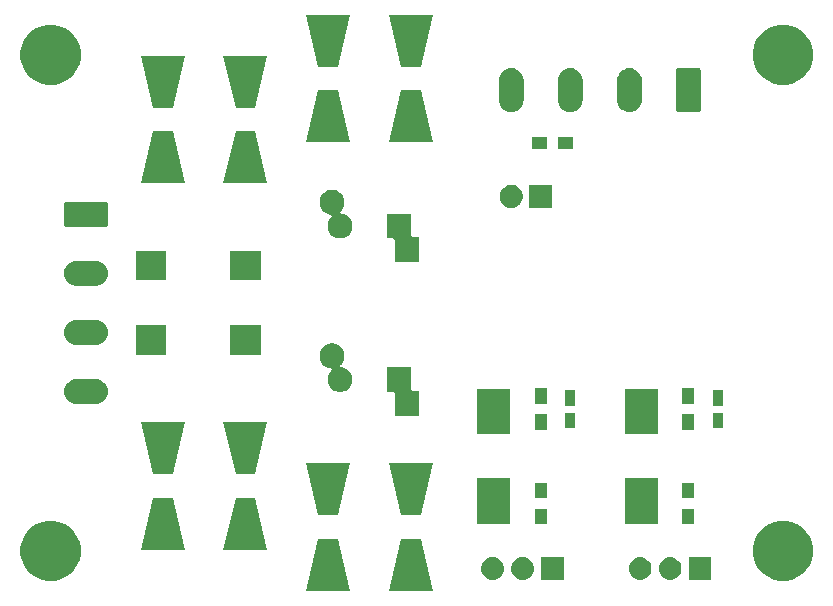
<source format=gts>
G04 #@! TF.GenerationSoftware,KiCad,Pcbnew,(5.1.2)-2*
G04 #@! TF.CreationDate,2020-01-06T22:07:24+01:00*
G04 #@! TF.ProjectId,psu,7073752e-6b69-4636-9164-5f7063625858,rev?*
G04 #@! TF.SameCoordinates,Original*
G04 #@! TF.FileFunction,Soldermask,Top*
G04 #@! TF.FilePolarity,Negative*
%FSLAX46Y46*%
G04 Gerber Fmt 4.6, Leading zero omitted, Abs format (unit mm)*
G04 Created by KiCad (PCBNEW (5.1.2)-2) date 2020-01-06 22:07:24*
%MOMM*%
%LPD*%
G04 APERTURE LIST*
%ADD10C,0.100000*%
G04 APERTURE END LIST*
D10*
G36*
X56364222Y-69401000D02*
G01*
X52635778Y-69401000D01*
X53659499Y-64999000D01*
X55340501Y-64999000D01*
X56364222Y-69401000D01*
X56364222Y-69401000D01*
G37*
G36*
X49364222Y-69401000D02*
G01*
X45635778Y-69401000D01*
X46659499Y-64999000D01*
X48340501Y-64999000D01*
X49364222Y-69401000D01*
X49364222Y-69401000D01*
G37*
G36*
X86744098Y-63547033D02*
G01*
X87115808Y-63701000D01*
X87208352Y-63739333D01*
X87626168Y-64018509D01*
X87981491Y-64373832D01*
X88260667Y-64791648D01*
X88260668Y-64791650D01*
X88452967Y-65255902D01*
X88551000Y-65748747D01*
X88551000Y-66251253D01*
X88452967Y-66744098D01*
X88260668Y-67208350D01*
X88260667Y-67208352D01*
X87981491Y-67626168D01*
X87626168Y-67981491D01*
X87208352Y-68260667D01*
X87208351Y-68260668D01*
X87208350Y-68260668D01*
X86744098Y-68452967D01*
X86251253Y-68551000D01*
X85748747Y-68551000D01*
X85255902Y-68452967D01*
X84791650Y-68260668D01*
X84791649Y-68260668D01*
X84791648Y-68260667D01*
X84373832Y-67981491D01*
X84018509Y-67626168D01*
X83739333Y-67208352D01*
X83739332Y-67208350D01*
X83547033Y-66744098D01*
X83449000Y-66251253D01*
X83449000Y-65748747D01*
X83547033Y-65255902D01*
X83739332Y-64791650D01*
X83739333Y-64791648D01*
X84018509Y-64373832D01*
X84373832Y-64018509D01*
X84791648Y-63739333D01*
X84884192Y-63701000D01*
X85255902Y-63547033D01*
X85748747Y-63449000D01*
X86251253Y-63449000D01*
X86744098Y-63547033D01*
X86744098Y-63547033D01*
G37*
G36*
X24744098Y-63547033D02*
G01*
X25115808Y-63701000D01*
X25208352Y-63739333D01*
X25626168Y-64018509D01*
X25981491Y-64373832D01*
X26260667Y-64791648D01*
X26260668Y-64791650D01*
X26452967Y-65255902D01*
X26551000Y-65748747D01*
X26551000Y-66251253D01*
X26452967Y-66744098D01*
X26260668Y-67208350D01*
X26260667Y-67208352D01*
X25981491Y-67626168D01*
X25626168Y-67981491D01*
X25208352Y-68260667D01*
X25208351Y-68260668D01*
X25208350Y-68260668D01*
X24744098Y-68452967D01*
X24251253Y-68551000D01*
X23748747Y-68551000D01*
X23255902Y-68452967D01*
X22791650Y-68260668D01*
X22791649Y-68260668D01*
X22791648Y-68260667D01*
X22373832Y-67981491D01*
X22018509Y-67626168D01*
X21739333Y-67208352D01*
X21739332Y-67208350D01*
X21547033Y-66744098D01*
X21449000Y-66251253D01*
X21449000Y-65748747D01*
X21547033Y-65255902D01*
X21739332Y-64791650D01*
X21739333Y-64791648D01*
X22018509Y-64373832D01*
X22373832Y-64018509D01*
X22791648Y-63739333D01*
X22884192Y-63701000D01*
X23255902Y-63547033D01*
X23748747Y-63449000D01*
X24251253Y-63449000D01*
X24744098Y-63547033D01*
X24744098Y-63547033D01*
G37*
G36*
X61606425Y-66562760D02*
G01*
X61606428Y-66562761D01*
X61606429Y-66562761D01*
X61785693Y-66617140D01*
X61785696Y-66617142D01*
X61785697Y-66617142D01*
X61950903Y-66705446D01*
X62095712Y-66824288D01*
X62214554Y-66969097D01*
X62302858Y-67134303D01*
X62302860Y-67134307D01*
X62325321Y-67208352D01*
X62357240Y-67313575D01*
X62375601Y-67500000D01*
X62357240Y-67686425D01*
X62357239Y-67686428D01*
X62357239Y-67686429D01*
X62302860Y-67865693D01*
X62302858Y-67865696D01*
X62302858Y-67865697D01*
X62214554Y-68030903D01*
X62095712Y-68175712D01*
X61950903Y-68294554D01*
X61785697Y-68382858D01*
X61785693Y-68382860D01*
X61606429Y-68437239D01*
X61606428Y-68437239D01*
X61606425Y-68437240D01*
X61466718Y-68451000D01*
X61373282Y-68451000D01*
X61233575Y-68437240D01*
X61233572Y-68437239D01*
X61233571Y-68437239D01*
X61054307Y-68382860D01*
X61054303Y-68382858D01*
X60889097Y-68294554D01*
X60744288Y-68175712D01*
X60625446Y-68030903D01*
X60537142Y-67865697D01*
X60537142Y-67865696D01*
X60537140Y-67865693D01*
X60482761Y-67686429D01*
X60482761Y-67686428D01*
X60482760Y-67686425D01*
X60464399Y-67500000D01*
X60482760Y-67313575D01*
X60514679Y-67208352D01*
X60537140Y-67134307D01*
X60537142Y-67134303D01*
X60625446Y-66969097D01*
X60744288Y-66824288D01*
X60889097Y-66705446D01*
X61054303Y-66617142D01*
X61054304Y-66617142D01*
X61054307Y-66617140D01*
X61233571Y-66562761D01*
X61233572Y-66562761D01*
X61233575Y-66562760D01*
X61373282Y-66549000D01*
X61466718Y-66549000D01*
X61606425Y-66562760D01*
X61606425Y-66562760D01*
G37*
G36*
X64146425Y-66562760D02*
G01*
X64146428Y-66562761D01*
X64146429Y-66562761D01*
X64325693Y-66617140D01*
X64325696Y-66617142D01*
X64325697Y-66617142D01*
X64490903Y-66705446D01*
X64635712Y-66824288D01*
X64754554Y-66969097D01*
X64842858Y-67134303D01*
X64842860Y-67134307D01*
X64865321Y-67208352D01*
X64897240Y-67313575D01*
X64915601Y-67500000D01*
X64897240Y-67686425D01*
X64897239Y-67686428D01*
X64897239Y-67686429D01*
X64842860Y-67865693D01*
X64842858Y-67865696D01*
X64842858Y-67865697D01*
X64754554Y-68030903D01*
X64635712Y-68175712D01*
X64490903Y-68294554D01*
X64325697Y-68382858D01*
X64325693Y-68382860D01*
X64146429Y-68437239D01*
X64146428Y-68437239D01*
X64146425Y-68437240D01*
X64006718Y-68451000D01*
X63913282Y-68451000D01*
X63773575Y-68437240D01*
X63773572Y-68437239D01*
X63773571Y-68437239D01*
X63594307Y-68382860D01*
X63594303Y-68382858D01*
X63429097Y-68294554D01*
X63284288Y-68175712D01*
X63165446Y-68030903D01*
X63077142Y-67865697D01*
X63077142Y-67865696D01*
X63077140Y-67865693D01*
X63022761Y-67686429D01*
X63022761Y-67686428D01*
X63022760Y-67686425D01*
X63004399Y-67500000D01*
X63022760Y-67313575D01*
X63054679Y-67208352D01*
X63077140Y-67134307D01*
X63077142Y-67134303D01*
X63165446Y-66969097D01*
X63284288Y-66824288D01*
X63429097Y-66705446D01*
X63594303Y-66617142D01*
X63594304Y-66617142D01*
X63594307Y-66617140D01*
X63773571Y-66562761D01*
X63773572Y-66562761D01*
X63773575Y-66562760D01*
X63913282Y-66549000D01*
X64006718Y-66549000D01*
X64146425Y-66562760D01*
X64146425Y-66562760D01*
G37*
G36*
X67451000Y-68451000D02*
G01*
X65549000Y-68451000D01*
X65549000Y-66549000D01*
X67451000Y-66549000D01*
X67451000Y-68451000D01*
X67451000Y-68451000D01*
G37*
G36*
X79951000Y-68451000D02*
G01*
X78049000Y-68451000D01*
X78049000Y-66549000D01*
X79951000Y-66549000D01*
X79951000Y-68451000D01*
X79951000Y-68451000D01*
G37*
G36*
X76646425Y-66562760D02*
G01*
X76646428Y-66562761D01*
X76646429Y-66562761D01*
X76825693Y-66617140D01*
X76825696Y-66617142D01*
X76825697Y-66617142D01*
X76990903Y-66705446D01*
X77135712Y-66824288D01*
X77254554Y-66969097D01*
X77342858Y-67134303D01*
X77342860Y-67134307D01*
X77365321Y-67208352D01*
X77397240Y-67313575D01*
X77415601Y-67500000D01*
X77397240Y-67686425D01*
X77397239Y-67686428D01*
X77397239Y-67686429D01*
X77342860Y-67865693D01*
X77342858Y-67865696D01*
X77342858Y-67865697D01*
X77254554Y-68030903D01*
X77135712Y-68175712D01*
X76990903Y-68294554D01*
X76825697Y-68382858D01*
X76825693Y-68382860D01*
X76646429Y-68437239D01*
X76646428Y-68437239D01*
X76646425Y-68437240D01*
X76506718Y-68451000D01*
X76413282Y-68451000D01*
X76273575Y-68437240D01*
X76273572Y-68437239D01*
X76273571Y-68437239D01*
X76094307Y-68382860D01*
X76094303Y-68382858D01*
X75929097Y-68294554D01*
X75784288Y-68175712D01*
X75665446Y-68030903D01*
X75577142Y-67865697D01*
X75577142Y-67865696D01*
X75577140Y-67865693D01*
X75522761Y-67686429D01*
X75522761Y-67686428D01*
X75522760Y-67686425D01*
X75504399Y-67500000D01*
X75522760Y-67313575D01*
X75554679Y-67208352D01*
X75577140Y-67134307D01*
X75577142Y-67134303D01*
X75665446Y-66969097D01*
X75784288Y-66824288D01*
X75929097Y-66705446D01*
X76094303Y-66617142D01*
X76094304Y-66617142D01*
X76094307Y-66617140D01*
X76273571Y-66562761D01*
X76273572Y-66562761D01*
X76273575Y-66562760D01*
X76413282Y-66549000D01*
X76506718Y-66549000D01*
X76646425Y-66562760D01*
X76646425Y-66562760D01*
G37*
G36*
X74106425Y-66562760D02*
G01*
X74106428Y-66562761D01*
X74106429Y-66562761D01*
X74285693Y-66617140D01*
X74285696Y-66617142D01*
X74285697Y-66617142D01*
X74450903Y-66705446D01*
X74595712Y-66824288D01*
X74714554Y-66969097D01*
X74802858Y-67134303D01*
X74802860Y-67134307D01*
X74825321Y-67208352D01*
X74857240Y-67313575D01*
X74875601Y-67500000D01*
X74857240Y-67686425D01*
X74857239Y-67686428D01*
X74857239Y-67686429D01*
X74802860Y-67865693D01*
X74802858Y-67865696D01*
X74802858Y-67865697D01*
X74714554Y-68030903D01*
X74595712Y-68175712D01*
X74450903Y-68294554D01*
X74285697Y-68382858D01*
X74285693Y-68382860D01*
X74106429Y-68437239D01*
X74106428Y-68437239D01*
X74106425Y-68437240D01*
X73966718Y-68451000D01*
X73873282Y-68451000D01*
X73733575Y-68437240D01*
X73733572Y-68437239D01*
X73733571Y-68437239D01*
X73554307Y-68382860D01*
X73554303Y-68382858D01*
X73389097Y-68294554D01*
X73244288Y-68175712D01*
X73125446Y-68030903D01*
X73037142Y-67865697D01*
X73037142Y-67865696D01*
X73037140Y-67865693D01*
X72982761Y-67686429D01*
X72982761Y-67686428D01*
X72982760Y-67686425D01*
X72964399Y-67500000D01*
X72982760Y-67313575D01*
X73014679Y-67208352D01*
X73037140Y-67134307D01*
X73037142Y-67134303D01*
X73125446Y-66969097D01*
X73244288Y-66824288D01*
X73389097Y-66705446D01*
X73554303Y-66617142D01*
X73554304Y-66617142D01*
X73554307Y-66617140D01*
X73733571Y-66562761D01*
X73733572Y-66562761D01*
X73733575Y-66562760D01*
X73873282Y-66549000D01*
X73966718Y-66549000D01*
X74106425Y-66562760D01*
X74106425Y-66562760D01*
G37*
G36*
X35364222Y-65901000D02*
G01*
X31635778Y-65901000D01*
X32659499Y-61499000D01*
X34340501Y-61499000D01*
X35364222Y-65901000D01*
X35364222Y-65901000D01*
G37*
G36*
X42364222Y-65901000D02*
G01*
X38635778Y-65901000D01*
X39659499Y-61499000D01*
X41340501Y-61499000D01*
X42364222Y-65901000D01*
X42364222Y-65901000D01*
G37*
G36*
X66001000Y-63751000D02*
G01*
X64999000Y-63751000D01*
X64999000Y-62449000D01*
X66001000Y-62449000D01*
X66001000Y-63751000D01*
X66001000Y-63751000D01*
G37*
G36*
X78501000Y-63751000D02*
G01*
X77499000Y-63751000D01*
X77499000Y-62449000D01*
X78501000Y-62449000D01*
X78501000Y-63751000D01*
X78501000Y-63751000D01*
G37*
G36*
X62901000Y-63701000D02*
G01*
X60099000Y-63701000D01*
X60099000Y-59849000D01*
X62901000Y-59849000D01*
X62901000Y-63701000D01*
X62901000Y-63701000D01*
G37*
G36*
X75401000Y-63701000D02*
G01*
X72599000Y-63701000D01*
X72599000Y-59849000D01*
X75401000Y-59849000D01*
X75401000Y-63701000D01*
X75401000Y-63701000D01*
G37*
G36*
X55340501Y-63001000D02*
G01*
X53659499Y-63001000D01*
X52635778Y-58599000D01*
X56364222Y-58599000D01*
X55340501Y-63001000D01*
X55340501Y-63001000D01*
G37*
G36*
X48340501Y-63001000D02*
G01*
X46659499Y-63001000D01*
X45635778Y-58599000D01*
X49364222Y-58599000D01*
X48340501Y-63001000D01*
X48340501Y-63001000D01*
G37*
G36*
X66001000Y-61551000D02*
G01*
X64999000Y-61551000D01*
X64999000Y-60249000D01*
X66001000Y-60249000D01*
X66001000Y-61551000D01*
X66001000Y-61551000D01*
G37*
G36*
X78501000Y-61551000D02*
G01*
X77499000Y-61551000D01*
X77499000Y-60249000D01*
X78501000Y-60249000D01*
X78501000Y-61551000D01*
X78501000Y-61551000D01*
G37*
G36*
X34340501Y-59501000D02*
G01*
X32659499Y-59501000D01*
X31635778Y-55099000D01*
X35364222Y-55099000D01*
X34340501Y-59501000D01*
X34340501Y-59501000D01*
G37*
G36*
X41340501Y-59501000D02*
G01*
X39659499Y-59501000D01*
X38635778Y-55099000D01*
X42364222Y-55099000D01*
X41340501Y-59501000D01*
X41340501Y-59501000D01*
G37*
G36*
X75401000Y-56151000D02*
G01*
X72599000Y-56151000D01*
X72599000Y-52299000D01*
X75401000Y-52299000D01*
X75401000Y-56151000D01*
X75401000Y-56151000D01*
G37*
G36*
X62901000Y-56151000D02*
G01*
X60099000Y-56151000D01*
X60099000Y-52299000D01*
X62901000Y-52299000D01*
X62901000Y-56151000D01*
X62901000Y-56151000D01*
G37*
G36*
X66001000Y-55751000D02*
G01*
X64999000Y-55751000D01*
X64999000Y-54449000D01*
X66001000Y-54449000D01*
X66001000Y-55751000D01*
X66001000Y-55751000D01*
G37*
G36*
X78501000Y-55751000D02*
G01*
X77499000Y-55751000D01*
X77499000Y-54449000D01*
X78501000Y-54449000D01*
X78501000Y-55751000D01*
X78501000Y-55751000D01*
G37*
G36*
X80926000Y-55601000D02*
G01*
X80074000Y-55601000D01*
X80074000Y-54299000D01*
X80926000Y-54299000D01*
X80926000Y-55601000D01*
X80926000Y-55601000D01*
G37*
G36*
X68426000Y-55601000D02*
G01*
X67574000Y-55601000D01*
X67574000Y-54299000D01*
X68426000Y-54299000D01*
X68426000Y-55601000D01*
X68426000Y-55601000D01*
G37*
G36*
X54551000Y-52324001D02*
G01*
X54553402Y-52348387D01*
X54560515Y-52371836D01*
X54572066Y-52393447D01*
X54587611Y-52412389D01*
X54606553Y-52427934D01*
X54628164Y-52439485D01*
X54651613Y-52446598D01*
X54675999Y-52449000D01*
X55223144Y-52449000D01*
X55223144Y-54551000D01*
X53121144Y-54551000D01*
X53121144Y-52675999D01*
X53118742Y-52651613D01*
X53111629Y-52628164D01*
X53100078Y-52606553D01*
X53084533Y-52587611D01*
X53065591Y-52572066D01*
X53043980Y-52560515D01*
X53020531Y-52553402D01*
X52996145Y-52551000D01*
X52449000Y-52551000D01*
X52449000Y-50449000D01*
X54551000Y-50449000D01*
X54551000Y-52324001D01*
X54551000Y-52324001D01*
G37*
G36*
X68426000Y-53701000D02*
G01*
X67574000Y-53701000D01*
X67574000Y-52399000D01*
X68426000Y-52399000D01*
X68426000Y-53701000D01*
X68426000Y-53701000D01*
G37*
G36*
X80926000Y-53701000D02*
G01*
X80074000Y-53701000D01*
X80074000Y-52399000D01*
X80926000Y-52399000D01*
X80926000Y-53701000D01*
X80926000Y-53701000D01*
G37*
G36*
X27903097Y-51454069D02*
G01*
X28006032Y-51464207D01*
X28204146Y-51524305D01*
X28204149Y-51524306D01*
X28300975Y-51576061D01*
X28386729Y-51621897D01*
X28546765Y-51753235D01*
X28678103Y-51913271D01*
X28723302Y-51997833D01*
X28775694Y-52095851D01*
X28775695Y-52095854D01*
X28835793Y-52293968D01*
X28856085Y-52500000D01*
X28835793Y-52706032D01*
X28775695Y-52904146D01*
X28775694Y-52904149D01*
X28723939Y-53000975D01*
X28678103Y-53086729D01*
X28546765Y-53246765D01*
X28386729Y-53378103D01*
X28300975Y-53423939D01*
X28204149Y-53475694D01*
X28204146Y-53475695D01*
X28006032Y-53535793D01*
X27903097Y-53545931D01*
X27851631Y-53551000D01*
X26148369Y-53551000D01*
X26096903Y-53545931D01*
X25993968Y-53535793D01*
X25795854Y-53475695D01*
X25795851Y-53475694D01*
X25699025Y-53423939D01*
X25613271Y-53378103D01*
X25453235Y-53246765D01*
X25321897Y-53086729D01*
X25276061Y-53000975D01*
X25224306Y-52904149D01*
X25224305Y-52904146D01*
X25164207Y-52706032D01*
X25143915Y-52500000D01*
X25164207Y-52293968D01*
X25224305Y-52095854D01*
X25224306Y-52095851D01*
X25276698Y-51997833D01*
X25321897Y-51913271D01*
X25453235Y-51753235D01*
X25613271Y-51621897D01*
X25699025Y-51576061D01*
X25795851Y-51524306D01*
X25795854Y-51524305D01*
X25993968Y-51464207D01*
X26096903Y-51454069D01*
X26148369Y-51449000D01*
X27851631Y-51449000D01*
X27903097Y-51454069D01*
X27903097Y-51454069D01*
G37*
G36*
X66001000Y-53551000D02*
G01*
X64999000Y-53551000D01*
X64999000Y-52249000D01*
X66001000Y-52249000D01*
X66001000Y-53551000D01*
X66001000Y-53551000D01*
G37*
G36*
X78501000Y-53551000D02*
G01*
X77499000Y-53551000D01*
X77499000Y-52249000D01*
X78501000Y-52249000D01*
X78501000Y-53551000D01*
X78501000Y-53551000D01*
G37*
G36*
X48134420Y-48489389D02*
G01*
X48325689Y-48568615D01*
X48325691Y-48568616D01*
X48497829Y-48683635D01*
X48644221Y-48830027D01*
X48759241Y-49002167D01*
X48838467Y-49193436D01*
X48878856Y-49396484D01*
X48878856Y-49603516D01*
X48838467Y-49806564D01*
X48759241Y-49997833D01*
X48644221Y-50169973D01*
X48570096Y-50244098D01*
X48554551Y-50263040D01*
X48543000Y-50284651D01*
X48535887Y-50308100D01*
X48533485Y-50332486D01*
X48535887Y-50356872D01*
X48543000Y-50380321D01*
X48554551Y-50401932D01*
X48570096Y-50420874D01*
X48589038Y-50436419D01*
X48610649Y-50447970D01*
X48634098Y-50455083D01*
X48806564Y-50489389D01*
X48997833Y-50568615D01*
X48997835Y-50568616D01*
X49013564Y-50579126D01*
X49169973Y-50683635D01*
X49316365Y-50830027D01*
X49431385Y-51002167D01*
X49510611Y-51193436D01*
X49551000Y-51396484D01*
X49551000Y-51603516D01*
X49510611Y-51806564D01*
X49466411Y-51913272D01*
X49431384Y-51997835D01*
X49316365Y-52169973D01*
X49169973Y-52316365D01*
X48997835Y-52431384D01*
X48997834Y-52431385D01*
X48997833Y-52431385D01*
X48806564Y-52510611D01*
X48603516Y-52551000D01*
X48396484Y-52551000D01*
X48193436Y-52510611D01*
X48002167Y-52431385D01*
X48002166Y-52431385D01*
X48002165Y-52431384D01*
X47830027Y-52316365D01*
X47683635Y-52169973D01*
X47568616Y-51997835D01*
X47533589Y-51913272D01*
X47489389Y-51806564D01*
X47449000Y-51603516D01*
X47449000Y-51396484D01*
X47489389Y-51193436D01*
X47568615Y-51002167D01*
X47683635Y-50830027D01*
X47757760Y-50755902D01*
X47773305Y-50736960D01*
X47784856Y-50715349D01*
X47791969Y-50691900D01*
X47794371Y-50667514D01*
X47791969Y-50643128D01*
X47784856Y-50619679D01*
X47773305Y-50598068D01*
X47757760Y-50579126D01*
X47738818Y-50563581D01*
X47717207Y-50552030D01*
X47693758Y-50544917D01*
X47521292Y-50510611D01*
X47330023Y-50431385D01*
X47330022Y-50431385D01*
X47330021Y-50431384D01*
X47157883Y-50316365D01*
X47011491Y-50169973D01*
X46896472Y-49997835D01*
X46896471Y-49997833D01*
X46817245Y-49806564D01*
X46776856Y-49603516D01*
X46776856Y-49396484D01*
X46817245Y-49193436D01*
X46896471Y-49002167D01*
X47011491Y-48830027D01*
X47157883Y-48683635D01*
X47330021Y-48568616D01*
X47330023Y-48568615D01*
X47521292Y-48489389D01*
X47724340Y-48449000D01*
X47931372Y-48449000D01*
X48134420Y-48489389D01*
X48134420Y-48489389D01*
G37*
G36*
X41801000Y-49401000D02*
G01*
X39199000Y-49401000D01*
X39199000Y-46899000D01*
X41801000Y-46899000D01*
X41801000Y-49401000D01*
X41801000Y-49401000D01*
G37*
G36*
X33801000Y-49401000D02*
G01*
X31199000Y-49401000D01*
X31199000Y-46899000D01*
X33801000Y-46899000D01*
X33801000Y-49401000D01*
X33801000Y-49401000D01*
G37*
G36*
X27903097Y-46454069D02*
G01*
X28006032Y-46464207D01*
X28204146Y-46524305D01*
X28204149Y-46524306D01*
X28300975Y-46576061D01*
X28386729Y-46621897D01*
X28546765Y-46753235D01*
X28678103Y-46913271D01*
X28723939Y-46999025D01*
X28775694Y-47095851D01*
X28775695Y-47095854D01*
X28835793Y-47293968D01*
X28856085Y-47500000D01*
X28835793Y-47706032D01*
X28775695Y-47904146D01*
X28775694Y-47904149D01*
X28723939Y-48000975D01*
X28678103Y-48086729D01*
X28546765Y-48246765D01*
X28386729Y-48378103D01*
X28300975Y-48423939D01*
X28204149Y-48475694D01*
X28204146Y-48475695D01*
X28006032Y-48535793D01*
X27903097Y-48545931D01*
X27851631Y-48551000D01*
X26148369Y-48551000D01*
X26096903Y-48545931D01*
X25993968Y-48535793D01*
X25795854Y-48475695D01*
X25795851Y-48475694D01*
X25699025Y-48423939D01*
X25613271Y-48378103D01*
X25453235Y-48246765D01*
X25321897Y-48086729D01*
X25276061Y-48000975D01*
X25224306Y-47904149D01*
X25224305Y-47904146D01*
X25164207Y-47706032D01*
X25143915Y-47500000D01*
X25164207Y-47293968D01*
X25224305Y-47095854D01*
X25224306Y-47095851D01*
X25276061Y-46999025D01*
X25321897Y-46913271D01*
X25453235Y-46753235D01*
X25613271Y-46621897D01*
X25699025Y-46576061D01*
X25795851Y-46524306D01*
X25795854Y-46524305D01*
X25993968Y-46464207D01*
X26096903Y-46454069D01*
X26148369Y-46449000D01*
X27851631Y-46449000D01*
X27903097Y-46454069D01*
X27903097Y-46454069D01*
G37*
G36*
X27903097Y-41454069D02*
G01*
X28006032Y-41464207D01*
X28204146Y-41524305D01*
X28204149Y-41524306D01*
X28300975Y-41576061D01*
X28386729Y-41621897D01*
X28546765Y-41753235D01*
X28678103Y-41913271D01*
X28723939Y-41999025D01*
X28775694Y-42095851D01*
X28775695Y-42095854D01*
X28835793Y-42293968D01*
X28856085Y-42500000D01*
X28835793Y-42706032D01*
X28775695Y-42904146D01*
X28775694Y-42904149D01*
X28723939Y-43000975D01*
X28678103Y-43086729D01*
X28546765Y-43246765D01*
X28386729Y-43378103D01*
X28300975Y-43423939D01*
X28204149Y-43475694D01*
X28204146Y-43475695D01*
X28006032Y-43535793D01*
X27903097Y-43545931D01*
X27851631Y-43551000D01*
X26148369Y-43551000D01*
X26096903Y-43545931D01*
X25993968Y-43535793D01*
X25795854Y-43475695D01*
X25795851Y-43475694D01*
X25699025Y-43423939D01*
X25613271Y-43378103D01*
X25453235Y-43246765D01*
X25321897Y-43086729D01*
X25276061Y-43000975D01*
X25224306Y-42904149D01*
X25224305Y-42904146D01*
X25164207Y-42706032D01*
X25143915Y-42500000D01*
X25164207Y-42293968D01*
X25224305Y-42095854D01*
X25224306Y-42095851D01*
X25276061Y-41999025D01*
X25321897Y-41913271D01*
X25453235Y-41753235D01*
X25613271Y-41621897D01*
X25699025Y-41576061D01*
X25795851Y-41524306D01*
X25795854Y-41524305D01*
X25993968Y-41464207D01*
X26096903Y-41454069D01*
X26148369Y-41449000D01*
X27851631Y-41449000D01*
X27903097Y-41454069D01*
X27903097Y-41454069D01*
G37*
G36*
X33801000Y-43101000D02*
G01*
X31199000Y-43101000D01*
X31199000Y-40599000D01*
X33801000Y-40599000D01*
X33801000Y-43101000D01*
X33801000Y-43101000D01*
G37*
G36*
X41801000Y-43101000D02*
G01*
X39199000Y-43101000D01*
X39199000Y-40599000D01*
X41801000Y-40599000D01*
X41801000Y-43101000D01*
X41801000Y-43101000D01*
G37*
G36*
X54551000Y-39324001D02*
G01*
X54553402Y-39348387D01*
X54560515Y-39371836D01*
X54572066Y-39393447D01*
X54587611Y-39412389D01*
X54606553Y-39427934D01*
X54628164Y-39439485D01*
X54651613Y-39446598D01*
X54675999Y-39449000D01*
X55223144Y-39449000D01*
X55223144Y-41551000D01*
X53121144Y-41551000D01*
X53121144Y-39675999D01*
X53118742Y-39651613D01*
X53111629Y-39628164D01*
X53100078Y-39606553D01*
X53084533Y-39587611D01*
X53065591Y-39572066D01*
X53043980Y-39560515D01*
X53020531Y-39553402D01*
X52996145Y-39551000D01*
X52449000Y-39551000D01*
X52449000Y-37449000D01*
X54551000Y-37449000D01*
X54551000Y-39324001D01*
X54551000Y-39324001D01*
G37*
G36*
X48134420Y-35489389D02*
G01*
X48325689Y-35568615D01*
X48325691Y-35568616D01*
X48497829Y-35683635D01*
X48644221Y-35830027D01*
X48759241Y-36002167D01*
X48838467Y-36193436D01*
X48878856Y-36396484D01*
X48878856Y-36603516D01*
X48838467Y-36806564D01*
X48759241Y-36997833D01*
X48644221Y-37169973D01*
X48570096Y-37244098D01*
X48554551Y-37263040D01*
X48543000Y-37284651D01*
X48535887Y-37308100D01*
X48533485Y-37332486D01*
X48535887Y-37356872D01*
X48543000Y-37380321D01*
X48554551Y-37401932D01*
X48570096Y-37420874D01*
X48589038Y-37436419D01*
X48610649Y-37447970D01*
X48634098Y-37455083D01*
X48806564Y-37489389D01*
X48997833Y-37568615D01*
X48997835Y-37568616D01*
X49013564Y-37579126D01*
X49169973Y-37683635D01*
X49316365Y-37830027D01*
X49431385Y-38002167D01*
X49510611Y-38193436D01*
X49551000Y-38396484D01*
X49551000Y-38603516D01*
X49510611Y-38806564D01*
X49431385Y-38997833D01*
X49431384Y-38997835D01*
X49316365Y-39169973D01*
X49169973Y-39316365D01*
X48997835Y-39431384D01*
X48997834Y-39431385D01*
X48997833Y-39431385D01*
X48806564Y-39510611D01*
X48603516Y-39551000D01*
X48396484Y-39551000D01*
X48193436Y-39510611D01*
X48002167Y-39431385D01*
X48002166Y-39431385D01*
X48002165Y-39431384D01*
X47830027Y-39316365D01*
X47683635Y-39169973D01*
X47568616Y-38997835D01*
X47568615Y-38997833D01*
X47489389Y-38806564D01*
X47449000Y-38603516D01*
X47449000Y-38396484D01*
X47489389Y-38193436D01*
X47568615Y-38002167D01*
X47683635Y-37830027D01*
X47757760Y-37755902D01*
X47773305Y-37736960D01*
X47784856Y-37715349D01*
X47791969Y-37691900D01*
X47794371Y-37667514D01*
X47791969Y-37643128D01*
X47784856Y-37619679D01*
X47773305Y-37598068D01*
X47757760Y-37579126D01*
X47738818Y-37563581D01*
X47717207Y-37552030D01*
X47693758Y-37544917D01*
X47521292Y-37510611D01*
X47330023Y-37431385D01*
X47330022Y-37431385D01*
X47330021Y-37431384D01*
X47157883Y-37316365D01*
X47011491Y-37169973D01*
X46896472Y-36997835D01*
X46896471Y-36997833D01*
X46817245Y-36806564D01*
X46776856Y-36603516D01*
X46776856Y-36396484D01*
X46817245Y-36193436D01*
X46896471Y-36002167D01*
X47011491Y-35830027D01*
X47157883Y-35683635D01*
X47330021Y-35568616D01*
X47330023Y-35568615D01*
X47521292Y-35489389D01*
X47724340Y-35449000D01*
X47931372Y-35449000D01*
X48134420Y-35489389D01*
X48134420Y-35489389D01*
G37*
G36*
X28714852Y-36452840D02*
G01*
X28746443Y-36462423D01*
X28775557Y-36477985D01*
X28801074Y-36498926D01*
X28822015Y-36524443D01*
X28837577Y-36553557D01*
X28847160Y-36585148D01*
X28851000Y-36624140D01*
X28851000Y-38375860D01*
X28847160Y-38414852D01*
X28837577Y-38446443D01*
X28822015Y-38475557D01*
X28801074Y-38501074D01*
X28775557Y-38522015D01*
X28746443Y-38537577D01*
X28714852Y-38547160D01*
X28675860Y-38551000D01*
X25324140Y-38551000D01*
X25285148Y-38547160D01*
X25253557Y-38537577D01*
X25224443Y-38522015D01*
X25198926Y-38501074D01*
X25177985Y-38475557D01*
X25162423Y-38446443D01*
X25152840Y-38414852D01*
X25149000Y-38375860D01*
X25149000Y-36624140D01*
X25152840Y-36585148D01*
X25162423Y-36553557D01*
X25177985Y-36524443D01*
X25198926Y-36498926D01*
X25224443Y-36477985D01*
X25253557Y-36462423D01*
X25285148Y-36452840D01*
X25324140Y-36449000D01*
X28675860Y-36449000D01*
X28714852Y-36452840D01*
X28714852Y-36452840D01*
G37*
G36*
X66476000Y-36976000D02*
G01*
X64524000Y-36976000D01*
X64524000Y-35024000D01*
X66476000Y-35024000D01*
X66476000Y-36976000D01*
X66476000Y-36976000D01*
G37*
G36*
X63284687Y-35061507D02*
G01*
X63284690Y-35061508D01*
X63284689Y-35061508D01*
X63462309Y-35135080D01*
X63462310Y-35135081D01*
X63622161Y-35241889D01*
X63758111Y-35377839D01*
X63832646Y-35489390D01*
X63864920Y-35537691D01*
X63877729Y-35568615D01*
X63938493Y-35715313D01*
X63976000Y-35903871D01*
X63976000Y-36096129D01*
X63938493Y-36284687D01*
X63938492Y-36284689D01*
X63864920Y-36462309D01*
X63847158Y-36488891D01*
X63758111Y-36622161D01*
X63622161Y-36758111D01*
X63488891Y-36847158D01*
X63462309Y-36864920D01*
X63324927Y-36921825D01*
X63284687Y-36938493D01*
X63096129Y-36976000D01*
X62903871Y-36976000D01*
X62715313Y-36938493D01*
X62675073Y-36921825D01*
X62537691Y-36864920D01*
X62511109Y-36847158D01*
X62377839Y-36758111D01*
X62241889Y-36622161D01*
X62152842Y-36488891D01*
X62135080Y-36462309D01*
X62061508Y-36284689D01*
X62061507Y-36284687D01*
X62024000Y-36096129D01*
X62024000Y-35903871D01*
X62061507Y-35715313D01*
X62122271Y-35568615D01*
X62135080Y-35537691D01*
X62167354Y-35489390D01*
X62241889Y-35377839D01*
X62377839Y-35241889D01*
X62537690Y-35135081D01*
X62537691Y-35135080D01*
X62715311Y-35061508D01*
X62715310Y-35061508D01*
X62715313Y-35061507D01*
X62903871Y-35024000D01*
X63096129Y-35024000D01*
X63284687Y-35061507D01*
X63284687Y-35061507D01*
G37*
G36*
X42364222Y-34901000D02*
G01*
X38635778Y-34901000D01*
X39659499Y-30499000D01*
X41340501Y-30499000D01*
X42364222Y-34901000D01*
X42364222Y-34901000D01*
G37*
G36*
X35364222Y-34901000D02*
G01*
X31635778Y-34901000D01*
X32659499Y-30499000D01*
X34340501Y-30499000D01*
X35364222Y-34901000D01*
X35364222Y-34901000D01*
G37*
G36*
X68251000Y-32001000D02*
G01*
X66949000Y-32001000D01*
X66949000Y-30999000D01*
X68251000Y-30999000D01*
X68251000Y-32001000D01*
X68251000Y-32001000D01*
G37*
G36*
X66051000Y-32001000D02*
G01*
X64749000Y-32001000D01*
X64749000Y-30999000D01*
X66051000Y-30999000D01*
X66051000Y-32001000D01*
X66051000Y-32001000D01*
G37*
G36*
X56364222Y-31401000D02*
G01*
X52635778Y-31401000D01*
X53659499Y-26999000D01*
X55340501Y-26999000D01*
X56364222Y-31401000D01*
X56364222Y-31401000D01*
G37*
G36*
X49364222Y-31401000D02*
G01*
X45635778Y-31401000D01*
X46659499Y-26999000D01*
X48340501Y-26999000D01*
X49364222Y-31401000D01*
X49364222Y-31401000D01*
G37*
G36*
X68206032Y-25164207D02*
G01*
X68404146Y-25224305D01*
X68404149Y-25224306D01*
X68458873Y-25253557D01*
X68586729Y-25321897D01*
X68746765Y-25453235D01*
X68878103Y-25613271D01*
X68923939Y-25699025D01*
X68975694Y-25795851D01*
X68975695Y-25795854D01*
X69035793Y-25993968D01*
X69051000Y-26148370D01*
X69051000Y-27851630D01*
X69035793Y-28006032D01*
X68975695Y-28204145D01*
X68975694Y-28204149D01*
X68923939Y-28300975D01*
X68878103Y-28386729D01*
X68746765Y-28546765D01*
X68586729Y-28678103D01*
X68481729Y-28734226D01*
X68404148Y-28775694D01*
X68404145Y-28775695D01*
X68206031Y-28835793D01*
X68000000Y-28856085D01*
X67793968Y-28835793D01*
X67595854Y-28775695D01*
X67595851Y-28775694D01*
X67482024Y-28714852D01*
X67413271Y-28678103D01*
X67253235Y-28546765D01*
X67121897Y-28386729D01*
X67024307Y-28204149D01*
X67024306Y-28204148D01*
X67024305Y-28204145D01*
X66964207Y-28006031D01*
X66949000Y-27851629D01*
X66949000Y-26148369D01*
X66964207Y-25993967D01*
X67024305Y-25795854D01*
X67087904Y-25676870D01*
X67121898Y-25613271D01*
X67253236Y-25453235D01*
X67413272Y-25321897D01*
X67541128Y-25253557D01*
X67595852Y-25224306D01*
X67595855Y-25224305D01*
X67793969Y-25164207D01*
X68000000Y-25143915D01*
X68206032Y-25164207D01*
X68206032Y-25164207D01*
G37*
G36*
X63206032Y-25164207D02*
G01*
X63404146Y-25224305D01*
X63404149Y-25224306D01*
X63458873Y-25253557D01*
X63586729Y-25321897D01*
X63746765Y-25453235D01*
X63878103Y-25613271D01*
X63923939Y-25699025D01*
X63975694Y-25795851D01*
X63975695Y-25795854D01*
X64035793Y-25993968D01*
X64051000Y-26148370D01*
X64051000Y-27851630D01*
X64035793Y-28006032D01*
X63975695Y-28204145D01*
X63975694Y-28204149D01*
X63923939Y-28300975D01*
X63878103Y-28386729D01*
X63746765Y-28546765D01*
X63586729Y-28678103D01*
X63481729Y-28734226D01*
X63404148Y-28775694D01*
X63404145Y-28775695D01*
X63206031Y-28835793D01*
X63000000Y-28856085D01*
X62793968Y-28835793D01*
X62595854Y-28775695D01*
X62595851Y-28775694D01*
X62482024Y-28714852D01*
X62413271Y-28678103D01*
X62253235Y-28546765D01*
X62121897Y-28386729D01*
X62024307Y-28204149D01*
X62024306Y-28204148D01*
X62024305Y-28204145D01*
X61964207Y-28006031D01*
X61949000Y-27851629D01*
X61949000Y-26148369D01*
X61964207Y-25993967D01*
X62024305Y-25795854D01*
X62087904Y-25676870D01*
X62121898Y-25613271D01*
X62253236Y-25453235D01*
X62413272Y-25321897D01*
X62541128Y-25253557D01*
X62595852Y-25224306D01*
X62595855Y-25224305D01*
X62793969Y-25164207D01*
X63000000Y-25143915D01*
X63206032Y-25164207D01*
X63206032Y-25164207D01*
G37*
G36*
X73206032Y-25164207D02*
G01*
X73404146Y-25224305D01*
X73404149Y-25224306D01*
X73458873Y-25253557D01*
X73586729Y-25321897D01*
X73746765Y-25453235D01*
X73878103Y-25613271D01*
X73923939Y-25699025D01*
X73975694Y-25795851D01*
X73975695Y-25795854D01*
X74035793Y-25993968D01*
X74051000Y-26148370D01*
X74051000Y-27851630D01*
X74035793Y-28006032D01*
X73975695Y-28204145D01*
X73975694Y-28204149D01*
X73923939Y-28300975D01*
X73878103Y-28386729D01*
X73746765Y-28546765D01*
X73586729Y-28678103D01*
X73481729Y-28734226D01*
X73404148Y-28775694D01*
X73404145Y-28775695D01*
X73206031Y-28835793D01*
X73000000Y-28856085D01*
X72793968Y-28835793D01*
X72595854Y-28775695D01*
X72595851Y-28775694D01*
X72482024Y-28714852D01*
X72413271Y-28678103D01*
X72253235Y-28546765D01*
X72121897Y-28386729D01*
X72024307Y-28204149D01*
X72024306Y-28204148D01*
X72024305Y-28204145D01*
X71964207Y-28006031D01*
X71949000Y-27851629D01*
X71949000Y-26148369D01*
X71964207Y-25993967D01*
X72024305Y-25795854D01*
X72087904Y-25676870D01*
X72121898Y-25613271D01*
X72253236Y-25453235D01*
X72413272Y-25321897D01*
X72541128Y-25253557D01*
X72595852Y-25224306D01*
X72595855Y-25224305D01*
X72793969Y-25164207D01*
X73000000Y-25143915D01*
X73206032Y-25164207D01*
X73206032Y-25164207D01*
G37*
G36*
X78914852Y-25152840D02*
G01*
X78946443Y-25162423D01*
X78975557Y-25177985D01*
X79001074Y-25198926D01*
X79022015Y-25224443D01*
X79037577Y-25253557D01*
X79047160Y-25285148D01*
X79051000Y-25324140D01*
X79051000Y-28675860D01*
X79047160Y-28714852D01*
X79037577Y-28746443D01*
X79022015Y-28775557D01*
X79001074Y-28801074D01*
X78975557Y-28822015D01*
X78946443Y-28837577D01*
X78914852Y-28847160D01*
X78875860Y-28851000D01*
X77124140Y-28851000D01*
X77085148Y-28847160D01*
X77053557Y-28837577D01*
X77024443Y-28822015D01*
X76998926Y-28801074D01*
X76977985Y-28775557D01*
X76962423Y-28746443D01*
X76952840Y-28714852D01*
X76949000Y-28675860D01*
X76949000Y-25324140D01*
X76952840Y-25285148D01*
X76962423Y-25253557D01*
X76977985Y-25224443D01*
X76998926Y-25198926D01*
X77024443Y-25177985D01*
X77053557Y-25162423D01*
X77085148Y-25152840D01*
X77124140Y-25149000D01*
X78875860Y-25149000D01*
X78914852Y-25152840D01*
X78914852Y-25152840D01*
G37*
G36*
X34340501Y-28501000D02*
G01*
X32659499Y-28501000D01*
X31635778Y-24099000D01*
X35364222Y-24099000D01*
X34340501Y-28501000D01*
X34340501Y-28501000D01*
G37*
G36*
X41340501Y-28501000D02*
G01*
X39659499Y-28501000D01*
X38635778Y-24099000D01*
X42364222Y-24099000D01*
X41340501Y-28501000D01*
X41340501Y-28501000D01*
G37*
G36*
X24744098Y-21547033D02*
G01*
X25208350Y-21739332D01*
X25208352Y-21739333D01*
X25626168Y-22018509D01*
X25981491Y-22373832D01*
X26260667Y-22791648D01*
X26260668Y-22791650D01*
X26452967Y-23255902D01*
X26551000Y-23748747D01*
X26551000Y-24251253D01*
X26452967Y-24744098D01*
X26260668Y-25208350D01*
X26260667Y-25208352D01*
X25981491Y-25626168D01*
X25626168Y-25981491D01*
X25208352Y-26260667D01*
X25208351Y-26260668D01*
X25208350Y-26260668D01*
X24744098Y-26452967D01*
X24251253Y-26551000D01*
X23748747Y-26551000D01*
X23255902Y-26452967D01*
X22791650Y-26260668D01*
X22791649Y-26260668D01*
X22791648Y-26260667D01*
X22373832Y-25981491D01*
X22018509Y-25626168D01*
X21739333Y-25208352D01*
X21739332Y-25208350D01*
X21547033Y-24744098D01*
X21449000Y-24251253D01*
X21449000Y-23748747D01*
X21547033Y-23255902D01*
X21739332Y-22791650D01*
X21739333Y-22791648D01*
X22018509Y-22373832D01*
X22373832Y-22018509D01*
X22791648Y-21739333D01*
X22791650Y-21739332D01*
X23255902Y-21547033D01*
X23748747Y-21449000D01*
X24251253Y-21449000D01*
X24744098Y-21547033D01*
X24744098Y-21547033D01*
G37*
G36*
X86744098Y-21547033D02*
G01*
X87208350Y-21739332D01*
X87208352Y-21739333D01*
X87626168Y-22018509D01*
X87981491Y-22373832D01*
X88260667Y-22791648D01*
X88260668Y-22791650D01*
X88452967Y-23255902D01*
X88551000Y-23748747D01*
X88551000Y-24251253D01*
X88452967Y-24744098D01*
X88260668Y-25208350D01*
X88260667Y-25208352D01*
X87981491Y-25626168D01*
X87626168Y-25981491D01*
X87208352Y-26260667D01*
X87208351Y-26260668D01*
X87208350Y-26260668D01*
X86744098Y-26452967D01*
X86251253Y-26551000D01*
X85748747Y-26551000D01*
X85255902Y-26452967D01*
X84791650Y-26260668D01*
X84791649Y-26260668D01*
X84791648Y-26260667D01*
X84373832Y-25981491D01*
X84018509Y-25626168D01*
X83739333Y-25208352D01*
X83739332Y-25208350D01*
X83547033Y-24744098D01*
X83449000Y-24251253D01*
X83449000Y-23748747D01*
X83547033Y-23255902D01*
X83739332Y-22791650D01*
X83739333Y-22791648D01*
X84018509Y-22373832D01*
X84373832Y-22018509D01*
X84791648Y-21739333D01*
X84791650Y-21739332D01*
X85255902Y-21547033D01*
X85748747Y-21449000D01*
X86251253Y-21449000D01*
X86744098Y-21547033D01*
X86744098Y-21547033D01*
G37*
G36*
X55340501Y-25001000D02*
G01*
X53659499Y-25001000D01*
X52635778Y-20599000D01*
X56364222Y-20599000D01*
X55340501Y-25001000D01*
X55340501Y-25001000D01*
G37*
G36*
X48340501Y-25001000D02*
G01*
X46659499Y-25001000D01*
X45635778Y-20599000D01*
X49364222Y-20599000D01*
X48340501Y-25001000D01*
X48340501Y-25001000D01*
G37*
M02*

</source>
